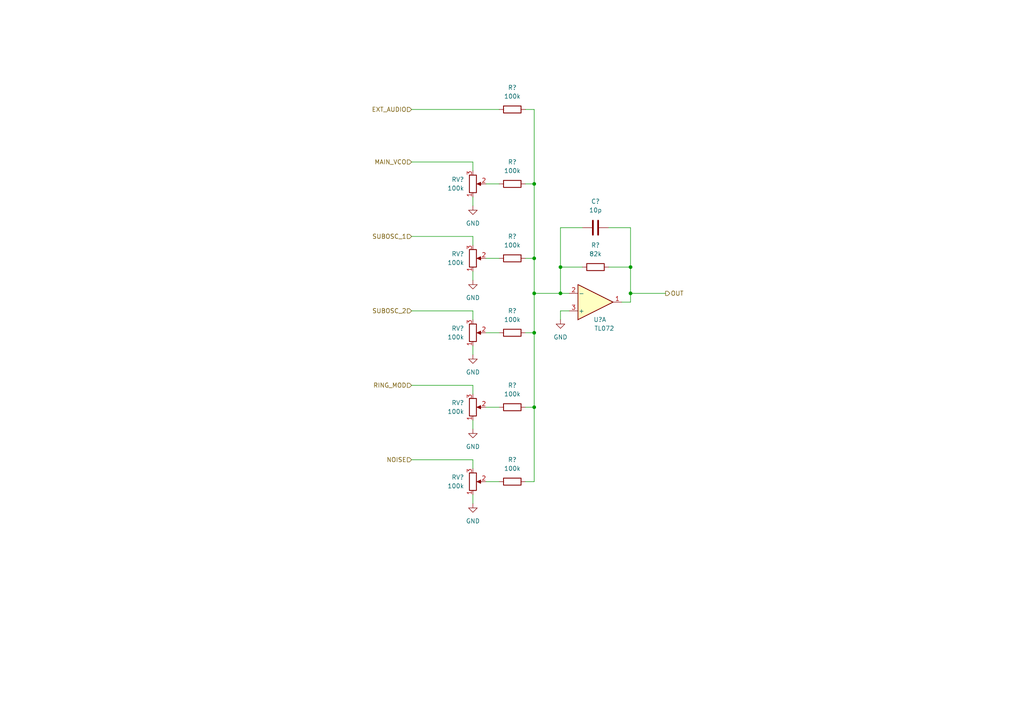
<source format=kicad_sch>
(kicad_sch (version 20211123) (generator eeschema)
  (paper "A4")
  (lib_symbols
    (symbol "Amplifier_Operational:TL072" (pin_names (offset 0.127))
      (property "Reference" "U" (at 0 5.08 0))
      (property "Value" "TL072" (at 0 -5.08 0))
      (symbol "TL072_1_1"
        (polyline (pts (xy -5.08 5.08) (xy 5.08 0) (xy -5.08 -5.08) (xy -5.08 5.08)) (stroke (width 0.254)) (fill (type background)))
        (pin output line (at 7.62 0 180) (length 2.54) (name "~") (number "1"))
        (pin input line (at -7.62 -2.54 0) (length 2.54) (name "-") (number "2"))
        (pin input line (at -7.62 2.54 0) (length 2.54) (name "+") (number "3"))
      )
      (symbol "TL072_2_1"
        (polyline (pts (xy -5.08 5.08) (xy 5.08 0) (xy -5.08 -5.08) (xy -5.08 5.08)) (stroke (width 0.254)) (fill (type background)))
        (pin input line (at -7.62 2.54 0) (length 2.54) (name "+") (number "5"))
        (pin input line (at -7.62 -2.54 0) (length 2.54) (name "-") (number "6"))
        (pin output line (at 7.62 0 180) (length 2.54) (name "~") (number "7"))
      )
      (symbol "TL072_3_1"
        (pin power_in line (at -2.54 -7.62 90) (length 3.81) (name "V-") (number "4"))
        (pin power_in line (at -2.54 7.62 270) (length 3.81) (name "V+") (number "8"))
      )
    )
    (symbol "Device:C" (pin_numbers hide) (pin_names (offset 0.254))
      (property "Reference" "C" (at 0.635 2.54 0))
      (property "Value" "C" (at 0.635 -2.54 0))
      (symbol "C_0_1"
        (polyline (pts (xy -2.032 -0.762) (xy 2.032 -0.762)) (stroke (width 0.508)))
        (polyline (pts (xy -2.032 0.762) (xy 2.032 0.762)) (stroke (width 0.508)))
      )
      (symbol "C_1_1"
        (pin passive line (at 0 3.81 270) (length 2.794) (name "~") (number "1"))
        (pin passive line (at 0 -3.81 90) (length 2.794) (name "~") (number "2"))
      )
    )
    (symbol "Device:R" (pin_numbers hide) (pin_names (offset 0))
      (property "Reference" "R" (at 2.032 0 90))
      (property "Value" "R" (at 0 0 90))
      (symbol "R_0_1"
        (rectangle (start -1.016 -2.54) (end 1.016 2.54) (stroke (width 0.254)))
      )
      (symbol "R_1_1"
        (pin passive line (at 0 3.81 270) (length 1.27) (name "~") (number "1"))
        (pin passive line (at 0 -3.81 90) (length 1.27) (name "~") (number "2"))
      )
    )
    (symbol "Device:R_Potentiometer" (pin_names (offset 1.016) hide)
      (property "Reference" "RV" (at -4.445 0 90))
      (property "Value" "R_Potentiometer" (at -2.54 0 90))
      (symbol "R_Potentiometer_0_1"
        (polyline (pts (xy 2.54 0) (xy 1.524 0)))
        (polyline (pts (xy 1.143 0) (xy 2.286 0.508) (xy 2.286 -0.508) (xy 1.143 0)) (fill (type outline)))
        (rectangle (start 1.016 2.54) (end -1.016 -2.54) (stroke (width 0.254)))
      )
      (symbol "R_Potentiometer_1_1"
        (pin passive line (at 0 3.81 270) (length 1.27) (name "1") (number "1"))
        (pin passive line (at 3.81 0 180) (length 1.27) (name "2") (number "2"))
        (pin passive line (at 0 -3.81 90) (length 1.27) (name "3") (number "3"))
      )
    )
    (symbol "power:GND" (power) (pin_names (offset 0))
      (property "Value" "GND" (at 0 -3.81 0))
      (symbol "GND_0_1"
        (polyline (pts (xy 0 0) (xy 0 -1.27) (xy 1.27 -1.27) (xy 0 -2.54) (xy -1.27 -1.27) (xy 0 -1.27)))
      )
      (symbol "GND_1_1"
        (pin power_in line (at 0 0 270) (length 0) hide (name "GND") (number "1"))
      )
    )
  )
  (junction (at 154.94 74.93))
  (junction (at 162.56 85.09))
  (junction (at 162.56 77.47))
  (junction (at 182.88 85.09))
  (junction (at 154.94 118.11))
  (junction (at 154.94 85.09))
  (junction (at 154.94 53.34))
  (junction (at 182.88 77.47))
  (junction (at 154.94 96.52))
  (wire (pts (xy 140.97 96.52) (xy 144.78 96.52)))
  (wire (pts (xy 182.88 85.09) (xy 182.88 77.47)))
  (wire (pts (xy 152.4 139.7) (xy 154.94 139.7)))
  (wire (pts (xy 140.97 139.7) (xy 144.78 139.7)))
  (wire (pts (xy 119.38 46.99) (xy 137.16 46.99)))
  (wire (pts (xy 137.16 111.76) (xy 137.16 114.3)))
  (wire (pts (xy 137.16 133.35) (xy 137.16 135.89)))
  (wire (pts (xy 154.94 74.93) (xy 154.94 53.34)))
  (wire (pts (xy 137.16 146.05) (xy 137.16 143.51)))
  (wire (pts (xy 137.16 46.99) (xy 137.16 49.53)))
  (wire (pts (xy 162.56 66.04) (xy 168.91 66.04)))
  (wire (pts (xy 182.88 66.04) (xy 176.53 66.04)))
  (wire (pts (xy 119.38 111.76) (xy 137.16 111.76)))
  (wire (pts (xy 162.56 90.17) (xy 165.1 90.17)))
  (wire (pts (xy 119.38 133.35) (xy 137.16 133.35)))
  (wire (pts (xy 119.38 90.17) (xy 137.16 90.17)))
  (wire (pts (xy 154.94 118.11) (xy 154.94 96.52)))
  (wire (pts (xy 154.94 85.09) (xy 154.94 96.52)))
  (wire (pts (xy 152.4 31.75) (xy 154.94 31.75)))
  (wire (pts (xy 137.16 68.58) (xy 137.16 71.12)))
  (wire (pts (xy 119.38 68.58) (xy 137.16 68.58)))
  (wire (pts (xy 182.88 77.47) (xy 182.88 66.04)))
  (wire (pts (xy 182.88 85.09) (xy 193.04 85.09)))
  (wire (pts (xy 137.16 90.17) (xy 137.16 92.71)))
  (wire (pts (xy 176.53 77.47) (xy 182.88 77.47)))
  (wire (pts (xy 119.38 31.75) (xy 144.78 31.75)))
  (wire (pts (xy 154.94 139.7) (xy 154.94 118.11)))
  (wire (pts (xy 137.16 102.87) (xy 137.16 100.33)))
  (wire (pts (xy 140.97 74.93) (xy 144.78 74.93)))
  (wire (pts (xy 140.97 118.11) (xy 144.78 118.11)))
  (wire (pts (xy 154.94 85.09) (xy 162.56 85.09)))
  (wire (pts (xy 137.16 81.28) (xy 137.16 78.74)))
  (wire (pts (xy 162.56 92.71) (xy 162.56 90.17)))
  (wire (pts (xy 180.34 87.63) (xy 182.88 87.63)))
  (wire (pts (xy 137.16 124.46) (xy 137.16 121.92)))
  (wire (pts (xy 137.16 59.69) (xy 137.16 57.15)))
  (wire (pts (xy 165.1 85.09) (xy 162.56 85.09)))
  (wire (pts (xy 182.88 87.63) (xy 182.88 85.09)))
  (wire (pts (xy 152.4 53.34) (xy 154.94 53.34)))
  (wire (pts (xy 154.94 85.09) (xy 154.94 74.93)))
  (wire (pts (xy 154.94 53.34) (xy 154.94 31.75)))
  (wire (pts (xy 152.4 74.93) (xy 154.94 74.93)))
  (wire (pts (xy 162.56 77.47) (xy 168.91 77.47)))
  (wire (pts (xy 152.4 96.52) (xy 154.94 96.52)))
  (wire (pts (xy 162.56 77.47) (xy 162.56 66.04)))
  (wire (pts (xy 162.56 85.09) (xy 162.56 77.47)))
  (wire (pts (xy 140.97 53.34) (xy 144.78 53.34)))
  (wire (pts (xy 152.4 118.11) (xy 154.94 118.11)))
  (hierarchical_label "OUT" (shape output) (at 193.04 85.09 0))
  (hierarchical_label "EXT_AUDIO" (shape input) (at 119.38 31.75 180))
  (hierarchical_label "SUBOSC_2" (shape input) (at 119.38 90.17 180))
  (hierarchical_label "SUBOSC_1" (shape input) (at 119.38 68.58 180))
  (hierarchical_label "NOISE" (shape input) (at 119.38 133.35 180))
  (hierarchical_label "RING_MOD" (shape input) (at 119.38 111.76 180))
  (hierarchical_label "MAIN_VCO" (shape input) (at 119.38 46.99 180))
  (symbol (lib_id "Device:C") (at 172.72 66.04 90) (unit 1)
    (property "Reference" "C?" (at 172.72 58.42 90))
    (property "Value" "10p" (at 172.72 60.96 90))
  )
  (symbol (lib_id "Device:R_Potentiometer") (at 137.16 96.52 0) (mirror x) (unit 1)
    (property "Reference" "RV?" (at 134.62 95.2499 0) (effects (justify right)))
    (property "Value" "100k" (at 134.62 97.7899 0) (effects (justify right)))
  )
  (symbol (lib_id "Device:R_Potentiometer") (at 137.16 139.7 0) (mirror x) (unit 1)
    (property "Reference" "RV?" (at 134.62 138.4299 0) (effects (justify right)))
    (property "Value" "100k" (at 134.62 140.9699 0) (effects (justify right)))
  )
  (symbol (lib_id "Device:R") (at 148.59 96.52 90) (unit 1)
    (property "Reference" "R?" (at 148.59 90.17 90))
    (property "Value" "100k" (at 148.59 92.71 90))
  )
  (symbol (lib_id "power:GND") (at 137.16 81.28 0) (unit 1)
    (property "Reference" "#PWR?" (effects hide))
    (property "Value" "GND" (at 137.16 86.36 0))
  )
  (symbol (lib_id "power:GND") (at 137.16 146.05 0) (unit 1)
    (property "Reference" "#PWR?" (effects hide))
    (property "Value" "GND" (at 137.16 151.13 0))
  )
  (symbol (lib_id "power:GND") (at 137.16 124.46 0) (unit 1)
    (property "Reference" "#PWR?" (effects hide))
    (property "Value" "GND" (at 137.16 129.54 0))
  )
  (symbol (lib_id "power:GND") (at 162.56 92.71 0) (unit 1)
    (property "Reference" "#PWR?" (effects hide))
    (property "Value" "GND" (at 162.56 97.79 0))
  )
  (symbol (lib_id "Device:R") (at 148.59 118.11 90) (unit 1)
    (property "Reference" "R?" (at 148.59 111.76 90))
    (property "Value" "100k" (at 148.59 114.3 90))
  )
  (symbol (lib_id "power:GND") (at 137.16 102.87 0) (unit 1)
    (property "Reference" "#PWR?" (effects hide))
    (property "Value" "GND" (at 137.16 107.95 0))
  )
  (symbol (lib_id "Device:R_Potentiometer") (at 137.16 118.11 0) (mirror x) (unit 1)
    (property "Reference" "RV?" (at 134.62 116.8399 0) (effects (justify right)))
    (property "Value" "100k" (at 134.62 119.3799 0) (effects (justify right)))
  )
  (symbol (lib_id "Amplifier_Operational:TL072") (at 172.72 87.63 0) (mirror x) (unit 1)
    (property "Reference" "U?" (at 173.99 92.71 0))
    (property "Value" "TL072" (at 175.26 95.25 0))
    (property "Datasheet" "http://www.ti.com/lit/ds/symlink/tl071.pdf" (effects hide))
  )
  (symbol (lib_id "Device:R") (at 148.59 53.34 90) (unit 1)
    (property "Reference" "R?" (at 148.59 46.99 90))
    (property "Value" "100k" (at 148.59 49.53 90))
  )
  (symbol (lib_id "Device:R") (at 148.59 31.75 90) (unit 1)
    (property "Reference" "R?" (at 148.59 25.4 90))
    (property "Value" "100k" (at 148.59 27.94 90))
  )
  (symbol (lib_id "Device:R") (at 148.59 139.7 90) (unit 1)
    (property "Reference" "R?" (at 148.59 133.35 90))
    (property "Value" "100k" (at 148.59 135.89 90))
  )
  (symbol (lib_id "Device:R_Potentiometer") (at 137.16 74.93 0) (mirror x) (unit 1)
    (property "Reference" "RV?" (at 134.62 73.6599 0) (effects (justify right)))
    (property "Value" "100k" (at 134.62 76.1999 0) (effects (justify right)))
  )
  (symbol (lib_id "Device:R_Potentiometer") (at 137.16 53.34 0) (mirror x) (unit 1)
    (property "Reference" "RV?" (at 134.62 52.0699 0) (effects (justify right)))
    (property "Value" "100k" (at 134.62 54.6099 0) (effects (justify right)))
  )
  (symbol (lib_id "power:GND") (at 137.16 59.69 0) (unit 1)
    (property "Reference" "#PWR?" (effects hide))
    (property "Value" "GND" (at 137.16 64.77 0))
  )
  (symbol (lib_id "Device:R") (at 172.72 77.47 90) (unit 1)
    (property "Reference" "R?" (at 172.72 71.12 90))
    (property "Value" "82k" (at 172.72 73.66 90))
  )
  (symbol (lib_id "Device:R") (at 148.59 74.93 90) (unit 1)
    (property "Reference" "R?" (at 148.59 68.58 90))
    (property "Value" "100k" (at 148.59 71.12 90))
  )
)
</source>
